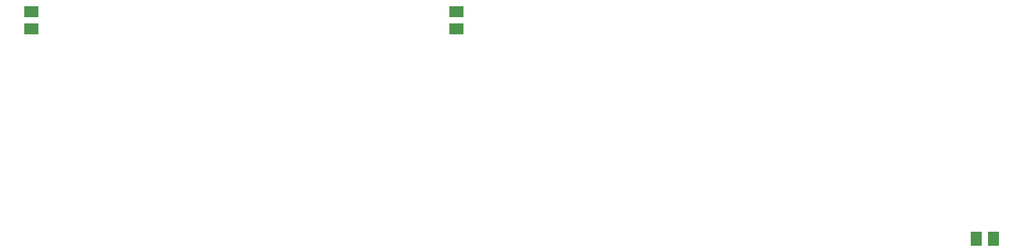
<source format=gbr>
G04 EAGLE Gerber RS-274X export*
G75*
%MOMM*%
%FSLAX34Y34*%
%LPD*%
%INSolderpaste Top*%
%IPPOS*%
%AMOC8*
5,1,8,0,0,1.08239X$1,22.5*%
G01*
%ADD10R,1.500000X1.300000*%
%ADD11R,1.300000X1.500000*%


D10*
X218440Y1362050D03*
X218440Y1343050D03*
X678180Y1362050D03*
X678180Y1343050D03*
D11*
X1240180Y1115060D03*
X1259180Y1115060D03*
M02*

</source>
